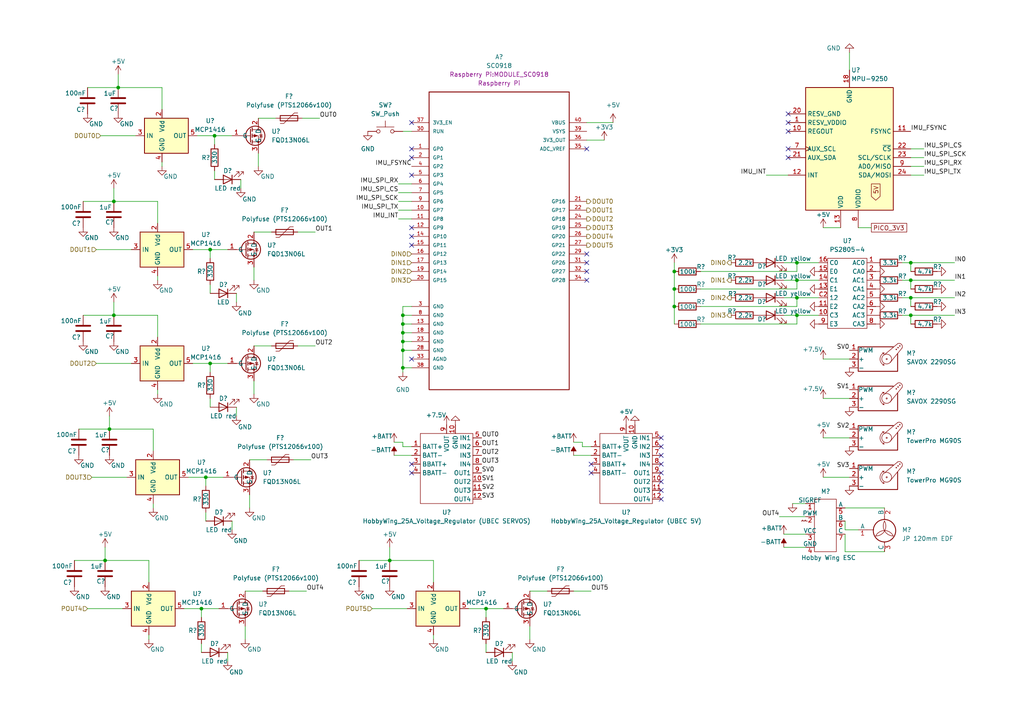
<source format=kicad_sch>
(kicad_sch (version 20211123) (generator eeschema)
  (paper "A4")
  (title_block (title "VTVL Power Board") (rev "A.1") (company "LIA Aerospace - ITBA"))
  (lib_symbols
    (symbol "Device:C" (pin_numbers hide) (pin_names (offset 0.254))
      (property "Reference" "C" (at 0.635 2.54 0))
      (property "Value" "C" (at 0.635 -2.54 0))
      (symbol "C_1_1"
        (pin passive line (at 0 3.81 270) (length 2.794) (name "~") (number "1"))
        (pin passive line (at 0 -3.81 90) (length 2.794) (name "~") (number "2"))
      )
    )
    (symbol "Device:LED" (pin_numbers hide) (pin_names (offset 1.016) hide)
      (property "Reference" "D" (at 0 2.54 0))
      (property "Value" "LED" (at 0 -2.54 0))
      (symbol "LED_1_1"
        (pin passive line (at -3.81 0 0) (length 2.54) (name "K") (number "1"))
        (pin passive line (at 3.81 0 180) (length 2.54) (name "A") (number "2"))
      )
    )
    (symbol "Device:Polyfuse" (pin_numbers hide) (pin_names (offset 0))
      (property "Reference" "F" (at -2.54 0 90))
      (property "Value" "Polyfuse" (at 2.54 0 90))
      (symbol "Polyfuse_1_1"
        (pin passive line (at 0 3.81 270) (length 1.27) (name "~") (number "1"))
        (pin passive line (at 0 -3.81 90) (length 1.27) (name "~") (number "2"))
      )
    )
    (symbol "Device:R" (pin_numbers hide) (pin_names (offset 0))
      (property "Reference" "R" (at 2.032 0 90))
      (property "Value" "R" (at 0 0 90))
      (symbol "R_1_1"
        (pin passive line (at 0 3.81 270) (length 1.27) (name "~") (number "1"))
        (pin passive line (at 0 -3.81 90) (length 1.27) (name "~") (number "2"))
      )
    )
    (symbol "Driver_FET:MCP1416"
      (property "Reference" "U" (at -5.08 6.35 0))
      (property "Value" "MCP1416" (at 1.27 6.35 0))
      (symbol "MCP1416_1_1"
        (pin no_connect line (at 7.62 -2.54 180) (length 2.54) hide (name "NC") (number "1"))
        (pin power_in line (at 0 7.62 270) (length 2.54) (name "Vdd") (number "2"))
        (pin input line (at -7.62 0 0) (length 2.54) (name "IN") (number "3"))
        (pin power_in line (at 0 -7.62 90) (length 2.54) (name "GND") (number "4"))
        (pin output line (at 10.16 0 180) (length 2.54) (name "OUT") (number "5"))
      )
    )
    (symbol "FQD13N06L:FQD13N06L"
      (property "Reference" "U" (at 0 0 0))
      (property "Value" "FQD13N06L" (at 6.35 -3.81 0))
      (symbol "FQD13N06L_1_1"
        (pin input line (at -7.62 -7.62 0) (length 2.54) (name "G") (number "1"))
        (pin passive line (at 0 -2.54 270) (length 2.54) (name "D") (number "2"))
        (pin passive line (at 0 -12.7 90) (length 2.54) (name "S") (number "3"))
      )
    )
    (symbol "FQD13N06L:HobbyWing_25A_Voltage_Regulator_UBEC"
      (property "Reference" "U?" (at -7.62 -2.54 0))
      (property "Value" "HobbyWing_25A_Voltage_Regulator_UBEC" (at -1.27 -26.67 0))
      (symbol "HobbyWing_25A_Voltage_Regulator_UBEC_1_1"
        (pin power_in line (at -11.43 -7.62 0) (length 2.54) (name "BATT+") (number "1"))
        (pin power_out line (at 1.27 -1.27 270) (length 2.54) (name "GND") (number "10"))
        (pin input line (at 8.89 -17.78 180) (length 2.54) (name "OUT2") (number "10"))
        (pin input line (at 8.89 -20.32 180) (length 2.54) (name "OUT3") (number "11"))
        (pin input line (at 8.89 -22.86 180) (length 2.54) (name "OUT4") (number "12"))
        (pin power_in line (at -11.43 -10.16 0) (length 2.54) (name "BATT-") (number "2"))
        (pin power_in line (at -11.43 -12.7 0) (length 2.54) (name "BBATT+") (number "3"))
        (pin power_in line (at -11.43 -15.24 0) (length 2.54) (name "BBATT-") (number "4"))
        (pin input line (at 8.89 -5.08 180) (length 2.54) (name "IN1") (number "5"))
        (pin input line (at 8.89 -7.62 180) (length 2.54) (name "IN2") (number "6"))
        (pin input line (at 8.89 -10.16 180) (length 2.54) (name "IN3") (number "7"))
        (pin input line (at 8.89 -12.7 180) (length 2.54) (name "IN4") (number "8"))
        (pin input line (at 8.89 -15.24 180) (length 2.54) (name "OUT1") (number "9"))
        (pin power_out line (at -1.27 -1.27 270) (length 2.54) (name "VOUT") (number "9"))
      )
    )
    (symbol "FQD13N06L:PS2805-4"
      (property "Reference" "U" (at 0 0 0))
      (property "Value" "PS2805-4" (at 0 0 0))
      (symbol "PS2805-4_1_1"
        (pin bidirectional line (at 7.62 -2.54 180) (length 2.54) (name "AC0") (number "1"))
        (pin bidirectional line (at -8.89 -17.78 0) (length 2.54) (name "C3") (number "10"))
        (pin bidirectional line (at -8.89 -15.24 0) (length 2.54) (name "E2") (number "11"))
        (pin bidirectional line (at -8.89 -10.16 0) (length 2.54) (name "E1") (number "13"))
        (pin bidirectional line (at -8.89 -7.62 0) (length 2.54) (name "C1") (number "14"))
        (pin bidirectional line (at -8.89 -5.08 0) (length 2.54) (name "E0") (number "15"))
        (pin bidirectional line (at -8.89 -2.54 0) (length 2.54) (name "C0") (number "16"))
        (pin bidirectional line (at 7.62 -5.08 180) (length 2.54) (name "CA0") (number "2"))
        (pin bidirectional line (at 7.62 -7.62 180) (length 2.54) (name "AC1") (number "3"))
        (pin bidirectional line (at 7.62 -10.16 180) (length 2.54) (name "CA1") (number "4"))
        (pin bidirectional line (at 7.62 -12.7 180) (length 2.54) (name "AC2") (number "5"))
        (pin bidirectional line (at 7.62 -15.24 180) (length 2.54) (name "CA2") (number "6"))
        (pin bidirectional line (at 7.62 -17.78 180) (length 2.54) (name "AC3") (number "7"))
        (pin bidirectional line (at 7.62 -20.32 180) (length 2.54) (name "CA3") (number "8"))
        (pin bidirectional line (at -8.89 -20.32 0) (length 2.54) (name "E3") (number "9"))
        (pin bidirectional line (at -8.89 -12.7 0) (length 2.54) (name "12") (number "C2"))
      )
    )
    (symbol "Motor:Fan_3pin" (pin_names (offset 0))
      (property "Reference" "M?" (at 5.08 -1.2699 0))
      (property "Value" "JP 120mm EDF" (at 5.08 -3.8099 0))
      (symbol "Fan_3pin_1_1"
        (pin power_in line (at -7.62 -1.27 0) (length 2.54) (name "A") (number "1"))
        (pin power_in line (at 0 5.08 270) (length 2.54) (name "B") (number "2"))
        (pin power_in line (at 0 -7.62 90) (length 2.54) (name "C") (number "3"))
      )
    )
    (symbol "Motor:Fan_Tacho_PWM" (pin_names (offset 0))
      (property "Reference" "M?" (at 11.43 17.78 0))
      (property "Value" "Hobby Wing ESC" (at 6.35 15.24 0))
      (symbol "Fan_Tacho_PWM_1_1"
        (pin passive line (at 6.35 12.7 0) (length 2.54) (name "SIGREF") (number "1"))
        (pin input line (at 6.35 8.89 0) (length 2.54) (name "PWM") (number "2"))
        (pin power_in line (at 6.35 3.81 0) (length 2.54) (name "VCC") (number "3"))
        (pin passive line (at 6.35 0 0) (length 2.54) (name "GND") (number "4"))
        (pin power_out line (at 17.78 11.43 180) (length 2.54) (name "A") (number "5"))
        (pin power_out line (at 17.78 7.62 180) (length 2.54) (name "B") (number "6"))
        (pin power_out line (at 17.78 3.81 180) (length 2.54) (name "C") (number "7"))
      )
    )
    (symbol "Motor:Motor_Servo" (pin_names (offset 0.0254))
      (property "Reference" "M" (at -5.08 4.445 0))
      (property "Value" "Motor_Servo" (at -5.08 -4.064 0))
      (symbol "Motor_Servo_1_1"
        (pin passive line (at -7.62 2.54 0) (length 2.54) (name "PWM") (number "1"))
        (pin passive line (at -7.62 0 0) (length 2.54) (name "+") (number "2"))
        (pin passive line (at -7.62 -2.54 0) (length 2.54) (name "-") (number "3"))
      )
    )
    (symbol "PicoW:SC0918" (pin_names (offset 1.016))
      (property "Reference" "A1" (at 0 58.42 0))
      (property "Value" "SC0918" (at 0 55.88 0))
      (property "Footprint" "Raspberry Pi:MODULE_SC0918" (at -12.7 -46.99 0))
      (property "manufacturer" "Raspberry Pi" (at 0 53.34 0))
      (symbol "SC0918_0_0"
        (pin bidirectional line (at -25.4 26.67 0) (length 5.08) (name "GP0") (number "1"))
        (pin bidirectional line (at -25.4 8.89 0) (length 5.08) (name "GP7") (number "10"))
        (pin bidirectional line (at -25.4 6.35 0) (length 5.08) (name "GP8") (number "11"))
        (pin bidirectional line (at -25.4 3.81 0) (length 5.08) (name "GP9") (number "12"))
        (pin power_in line (at -25.4 -24.13 0) (length 5.08) (name "GND") (number "13"))
        (pin bidirectional line (at -25.4 1.27 0) (length 5.08) (name "GP10") (number "14"))
        (pin bidirectional line (at -25.4 -1.27 0) (length 5.08) (name "GP11") (number "15"))
        (pin bidirectional line (at -25.4 -3.81 0) (length 5.08) (name "GP12") (number "16"))
        (pin bidirectional line (at -25.4 -6.35 0) (length 5.08) (name "GP13") (number "17"))
        (pin power_in line (at -25.4 -26.67 0) (length 5.08) (name "GND") (number "18"))
        (pin bidirectional line (at -25.4 -8.89 0) (length 5.08) (name "GP14") (number "19"))
        (pin bidirectional line (at -25.4 24.13 0) (length 5.08) (name "GP1") (number "2"))
        (pin bidirectional line (at -25.4 -11.43 0) (length 5.08) (name "GP15") (number "20"))
        (pin bidirectional line (at 25.4 11.43 180) (length 5.08) (name "GP16") (number "21"))
        (pin bidirectional line (at 25.4 8.89 180) (length 5.08) (name "GP17") (number "22"))
        (pin power_in line (at -25.4 -29.21 0) (length 5.08) (name "GND") (number "23"))
        (pin bidirectional line (at 25.4 6.35 180) (length 5.08) (name "GP18") (number "24"))
        (pin bidirectional line (at 25.4 3.81 180) (length 5.08) (name "GP19") (number "25"))
        (pin bidirectional line (at 25.4 1.27 180) (length 5.08) (name "GP20") (number "26"))
        (pin bidirectional line (at 25.4 -1.27 180) (length 5.08) (name "GP21") (number "27"))
        (pin power_in line (at -25.4 -31.75 0) (length 5.08) (name "GND") (number "28"))
        (pin bidirectional line (at 25.4 -3.81 180) (length 5.08) (name "GP22") (number "29"))
        (pin power_in line (at -25.4 -19.05 0) (length 5.08) (name "GND") (number "3"))
        (pin input line (at -25.4 31.75 0) (length 5.08) (name "RUN") (number "30"))
        (pin bidirectional line (at 25.4 -6.35 180) (length 5.08) (name "GP26") (number "31"))
        (pin bidirectional line (at 25.4 -8.89 180) (length 5.08) (name "GP27") (number "32"))
        (pin power_in line (at -25.4 -34.29 0) (length 5.08) (name "AGND") (number "33"))
        (pin bidirectional line (at 25.4 -11.43 180) (length 5.08) (name "GP28") (number "34"))
        (pin power_in line (at 25.4 26.67 180) (length 5.08) (name "ADC_VREF") (number "35"))
        (pin power_in line (at 25.4 29.21 180) (length 5.08) (name "3V3_OUT") (number "36"))
        (pin input line (at -25.4 34.29 0) (length 5.08) (name "3V3_EN") (number "37"))
        (pin power_in line (at -25.4 -36.83 0) (length 5.08) (name "GND") (number "38"))
        (pin free line (at 25.4 31.75 180) (length 5.08) (name "VSYS") (number "39"))
        (pin bidirectional line (at -25.4 21.59 0) (length 5.08) (name "GP2") (number "4"))
        (pin free line (at 25.4 34.29 180) (length 5.08) (name "VBUS") (number "40"))
        (pin bidirectional line (at -25.4 19.05 0) (length 5.08) (name "GP3") (number "5"))
        (pin bidirectional line (at -25.4 16.51 0) (length 5.08) (name "GP4") (number "6"))
        (pin bidirectional line (at -25.4 13.97 0) (length 5.08) (name "GP5") (number "7"))
        (pin power_in line (at -25.4 -21.59 0) (length 5.08) (name "GND") (number "8"))
        (pin bidirectional line (at -25.4 11.43 0) (length 5.08) (name "GP6") (number "9"))
      )
    )
    (symbol "Sensor_Motion:MPU-9250"
      (property "Reference" "U" (at -11.43 19.05 0))
      (property "Value" "MPU-9250" (at 7.62 -19.05 0))
      (symbol "MPU-9250_1_1"
        (pin input line (at 17.78 -7.62 180) (length 5.08) (name "RESV_VDDIO") (number "1"))
        (pin passive line (at 17.78 -5.08 180) (length 5.08) (name "REGOUT") (number "10"))
        (pin input line (at -17.78 -5.08 0) (length 5.08) (name "FSYNC") (number "11"))
        (pin output line (at 17.78 7.62 180) (length 5.08) (name "INT") (number "12"))
        (pin power_in line (at 2.54 22.86 270) (length 5.08) (name "VDD") (number "13"))
        (pin power_in line (at 0 -22.86 90) (length 5.08) (name "GND") (number "18"))
        (pin power_in line (at 17.78 -10.16 180) (length 5.08) (name "RESV_GND") (number "20"))
        (pin bidirectional line (at 17.78 2.54 180) (length 5.08) (name "AUX_SDA") (number "21"))
        (pin input line (at -17.78 0 0) (length 5.08) (name "~{CS}") (number "22"))
        (pin input line (at -17.78 2.54 0) (length 5.08) (name "SCL/SCLK") (number "23"))
        (pin bidirectional line (at -17.78 7.62 0) (length 5.08) (name "SDA/MOSI") (number "24"))
        (pin output clock (at 17.78 0 180) (length 5.08) (name "AUX_SCL") (number "7"))
        (pin power_in line (at -2.54 22.86 270) (length 5.08) (name "VDDIO") (number "8"))
        (pin bidirectional line (at -17.78 5.08 0) (length 5.08) (name "AD0/MISO") (number "9"))
      )
    )
    (symbol "Switch:SW_Push" (pin_numbers hide) (pin_names (offset 1.016) hide)
      (property "Reference" "SW" (at 1.27 2.54 0))
      (property "Value" "SW_Push" (at 0 -1.524 0))
      (symbol "SW_Push_0_1"
        (pin passive line (at -5.08 0 0) (length 2.54) (name "1") (number "1"))
        (pin passive line (at 5.08 0 180) (length 2.54) (name "2") (number "2"))
      )
    )
    (symbol "power:+3.3V" (power) (pin_names (offset 0))
      (property "Value" "+3.3V" (at 0 3.556 0))
      (symbol "+3.3V_1_1"
        (pin power_in line (at 0 0 90) (length 0) hide (name "+3V3") (number "1"))
      )
    )
    (symbol "power:+5V" (power) (pin_names (offset 0))
      (property "Value" "+5V" (at 0 3.556 0))
      (symbol "+5V_1_1"
        (pin power_in line (at 0 0 90) (length 0) hide (name "+5V") (number "1"))
      )
    )
    (symbol "power:+7.5V" (power) (pin_names (offset 0))
      (property "Value" "+7.5V" (at 0 3.556 0))
      (symbol "+7.5V_1_1"
        (pin power_in line (at 0 0 90) (length 0) hide (name "+7.5V") (number "1"))
      )
    )
    (symbol "power:+BATT" (power) (pin_names (offset 0))
      (property "Value" "+BATT" (at 0 3.556 0))
      (symbol "+BATT_1_1"
        (pin power_in line (at 0 0 90) (length 0) hide (name "+BATT") (number "1"))
      )
    )
    (symbol "power:-BATT" (power) (pin_names (offset 0))
      (property "Value" "-BATT" (at 0 3.556 0))
      (symbol "-BATT_1_1"
        (pin power_in line (at 0 0 90) (length 0) hide (name "-BATT") (number "1"))
      )
    )
    (symbol "power:GND" (power) (pin_names (offset 0))
      (property "Value" "GND" (at 0 -3.81 0))
      (symbol "GND_1_1"
        (pin power_in line (at 0 0 270) (length 0) hide (name "GND") (number "1"))
      )
    )
  )
  (junction (at 195.58 83.82))
  (junction (at 231.14 76.2))
  (junction (at 116.84 91.44))
  (junction (at 62.23 39.37))
  (junction (at 33.02 91.44))
  (junction (at 113.03 162.56))
  (junction (at 60.96 72.39))
  (junction (at 231.14 81.28))
  (junction (at 33.02 58.42))
  (junction (at 31.75 124.46))
  (junction (at 116.84 96.52))
  (junction (at 195.58 78.74))
  (junction (at 231.14 91.44))
  (junction (at 195.58 88.9))
  (junction (at 116.84 99.06))
  (junction (at 58.42 176.53))
  (junction (at 231.14 86.36))
  (junction (at 59.69 138.43))
  (junction (at 264.16 91.44))
  (junction (at 264.16 76.2))
  (junction (at 30.48 162.56))
  (junction (at 60.96 105.41))
  (junction (at 116.84 101.6))
  (junction (at 264.16 81.28))
  (junction (at 116.84 93.98))
  (junction (at 264.16 86.36))
  (junction (at 34.29 25.4))
  (junction (at 140.97 176.53))
  (junction (at 116.84 106.68))
  (no_connect (at 228.6 35.56))
  (no_connect (at 119.38 45.72))
  (no_connect (at 228.6 33.02))
  (no_connect (at 119.38 43.18))
  (no_connect (at 119.38 50.8))
  (no_connect (at 170.18 76.2))
  (no_connect (at 170.18 73.66))
  (no_connect (at 170.18 81.28))
  (no_connect (at 170.18 78.74))
  (no_connect (at 119.38 68.58))
  (no_connect (at 119.38 71.12))
  (no_connect (at 119.38 66.04))
  (no_connect (at 191.77 129.54))
  (no_connect (at 191.77 132.08))
  (no_connect (at 191.77 134.62))
  (no_connect (at 191.77 137.16))
  (no_connect (at 119.38 104.14))
  (no_connect (at 171.45 137.16))
  (no_connect (at 191.77 144.78))
  (no_connect (at 191.77 139.7))
  (no_connect (at 191.77 142.24))
  (no_connect (at 191.77 127))
  (no_connect (at 171.45 134.62))
  (no_connect (at 228.6 38.1))
  (no_connect (at 228.6 43.18))
  (no_connect (at 228.6 45.72))
  (no_connect (at 170.18 43.18))
  (no_connect (at 119.38 137.16))
  (no_connect (at 119.38 134.62))
  (no_connect (at 119.38 35.56))
  (wire (pts (xy 59.69 138.43) (xy 64.77 138.43)))
  (wire (pts (xy 114.3 132.08) (xy 119.38 132.08)))
  (wire (pts (xy 231.14 76.2) (xy 237.49 76.2)))
  (wire (pts (xy 153.67 181.61) (xy 153.67 185.42)))
  (wire (pts (xy 59.69 148.59) (xy 59.69 151.13)))
  (wire (pts (xy 67.31 151.13) (xy 67.31 153.67)))
  (wire (pts (xy 261.62 81.28) (xy 264.16 81.28)))
  (wire (pts (xy 21.59 162.56) (xy 30.48 162.56)))
  (wire (pts (xy 238.76 66.04) (xy 243.84 66.04)))
  (wire (pts (xy 25.4 25.4) (xy 34.29 25.4)))
  (wire (pts (xy 231.14 78.74) (xy 231.14 76.2)))
  (wire (pts (xy 45.72 64.77) (xy 45.72 58.42)))
  (wire (pts (xy 264.16 81.28) (xy 276.86 81.28)))
  (wire (pts (xy 45.72 58.42) (xy 33.02 58.42)))
  (wire (pts (xy 44.45 130.81) (xy 44.45 124.46)))
  (wire (pts (xy 229.87 146.05) (xy 233.68 146.05)))
  (wire (pts (xy 115.57 58.42) (xy 119.38 58.42)))
  (wire (pts (xy 113.03 158.75) (xy 113.03 162.56)))
  (wire (pts (xy 264.16 91.44) (xy 264.16 93.98)))
  (wire (pts (xy 238.76 127) (xy 246.38 127)))
  (wire (pts (xy 116.84 129.54) (xy 116.84 128.27)))
  (wire (pts (xy 62.23 39.37) (xy 62.23 41.91)))
  (wire (pts (xy 168.91 128.27) (xy 166.37 128.27)))
  (wire (pts (xy 264.16 86.36) (xy 276.86 86.36)))
  (wire (pts (xy 68.58 85.09) (xy 68.58 87.63)))
  (wire (pts (xy 46.99 31.75) (xy 46.99 25.4)))
  (wire (pts (xy 45.72 113.03) (xy 45.72 114.3)))
  (wire (pts (xy 264.16 91.44) (xy 276.86 91.44)))
  (wire (pts (xy 267.97 48.26) (xy 264.16 48.26)))
  (wire (pts (xy 170.18 35.56) (xy 177.8 35.56)))
  (wire (pts (xy 264.16 86.36) (xy 264.16 88.9)))
  (wire (pts (xy 73.66 77.47) (xy 73.66 81.28)))
  (wire (pts (xy 74.93 34.29) (xy 80.01 34.29)))
  (wire (pts (xy 226.06 149.86) (xy 233.68 149.86)))
  (wire (pts (xy 203.2 78.74) (xy 231.14 78.74)))
  (wire (pts (xy 115.57 63.5) (xy 119.38 63.5)))
  (wire (pts (xy 227.33 158.75) (xy 233.68 158.75)))
  (wire (pts (xy 116.84 99.06) (xy 116.84 96.52)))
  (wire (pts (xy 60.96 105.41) (xy 60.96 107.95)))
  (wire (pts (xy 59.69 138.43) (xy 59.69 140.97)))
  (wire (pts (xy 153.67 171.45) (xy 158.75 171.45)))
  (wire (pts (xy 119.38 129.54) (xy 116.84 129.54)))
  (wire (pts (xy 73.66 110.49) (xy 73.66 114.3)))
  (wire (pts (xy 31.75 120.65) (xy 31.75 124.46)))
  (wire (pts (xy 119.38 106.68) (xy 116.84 106.68)))
  (wire (pts (xy 73.66 100.33) (xy 78.74 100.33)))
  (wire (pts (xy 116.84 101.6) (xy 116.84 99.06)))
  (wire (pts (xy 171.45 129.54) (xy 168.91 129.54)))
  (wire (pts (xy 135.89 176.53) (xy 140.97 176.53)))
  (wire (pts (xy 148.59 189.23) (xy 148.59 191.77)))
  (wire (pts (xy 54.61 138.43) (xy 59.69 138.43)))
  (wire (pts (xy 66.04 189.23) (xy 66.04 191.77)))
  (wire (pts (xy 140.97 186.69) (xy 140.97 189.23)))
  (wire (pts (xy 248.92 153.67) (xy 245.11 153.67)))
  (wire (pts (xy 248.92 66.04) (xy 252.73 66.04)))
  (wire (pts (xy 264.16 76.2) (xy 276.86 76.2)))
  (wire (pts (xy 55.88 72.39) (xy 60.96 72.39)))
  (wire (pts (xy 264.16 45.72) (xy 267.97 45.72)))
  (wire (pts (xy 55.88 105.41) (xy 60.96 105.41)))
  (wire (pts (xy 231.14 83.82) (xy 231.14 81.28)))
  (wire (pts (xy 256.54 160.02) (xy 245.11 160.02)))
  (wire (pts (xy 44.45 146.05) (xy 44.45 147.32)))
  (wire (pts (xy 231.14 86.36) (xy 237.49 86.36)))
  (wire (pts (xy 166.37 171.45) (xy 171.45 171.45)))
  (wire (pts (xy 231.14 88.9) (xy 231.14 86.36)))
  (wire (pts (xy 227.33 91.44) (xy 231.14 91.44)))
  (wire (pts (xy 83.82 171.45) (xy 88.9 171.45)))
  (wire (pts (xy 44.45 124.46) (xy 31.75 124.46)))
  (wire (pts (xy 166.37 132.08) (xy 171.45 132.08)))
  (wire (pts (xy 60.96 105.41) (xy 66.04 105.41)))
  (wire (pts (xy 116.84 106.68) (xy 116.84 107.95)))
  (wire (pts (xy 60.96 72.39) (xy 60.96 74.93)))
  (wire (pts (xy 29.21 39.37) (xy 39.37 39.37)))
  (wire (pts (xy 72.39 143.51) (xy 72.39 147.32)))
  (wire (pts (xy 27.94 72.39) (xy 38.1 72.39)))
  (wire (pts (xy 168.91 129.54) (xy 168.91 128.27)))
  (wire (pts (xy 119.38 101.6) (xy 116.84 101.6)))
  (wire (pts (xy 227.33 86.36) (xy 231.14 86.36)))
  (wire (pts (xy 238.76 104.14) (xy 246.38 104.14)))
  (wire (pts (xy 195.58 83.82) (xy 195.58 88.9)))
  (wire (pts (xy 115.57 53.34) (xy 119.38 53.34)))
  (wire (pts (xy 140.97 176.53) (xy 140.97 179.07)))
  (wire (pts (xy 261.62 76.2) (xy 264.16 76.2)))
  (wire (pts (xy 43.18 162.56) (xy 30.48 162.56)))
  (wire (pts (xy 267.97 43.18) (xy 264.16 43.18)))
  (wire (pts (xy 116.84 38.1) (xy 119.38 38.1)))
  (wire (pts (xy 34.29 21.59) (xy 34.29 25.4)))
  (wire (pts (xy 22.86 124.46) (xy 31.75 124.46)))
  (wire (pts (xy 195.58 88.9) (xy 195.58 93.98)))
  (wire (pts (xy 33.02 54.61) (xy 33.02 58.42)))
  (wire (pts (xy 62.23 49.53) (xy 62.23 52.07)))
  (wire (pts (xy 43.18 168.91) (xy 43.18 162.56)))
  (wire (pts (xy 45.72 80.01) (xy 45.72 81.28)))
  (wire (pts (xy 246.38 15.24) (xy 246.38 20.32)))
  (wire (pts (xy 245.11 160.02) (xy 245.11 154.94)))
  (wire (pts (xy 116.84 128.27) (xy 114.3 128.27)))
  (wire (pts (xy 238.76 115.57) (xy 246.38 115.57)))
  (wire (pts (xy 261.62 86.36) (xy 264.16 86.36)))
  (wire (pts (xy 203.2 88.9) (xy 231.14 88.9)))
  (wire (pts (xy 71.12 181.61) (xy 71.12 185.42)))
  (wire (pts (xy 116.84 106.68) (xy 116.84 101.6)))
  (wire (pts (xy 125.73 168.91) (xy 125.73 162.56)))
  (wire (pts (xy 30.48 158.75) (xy 30.48 162.56)))
  (wire (pts (xy 264.16 50.8) (xy 267.97 50.8)))
  (wire (pts (xy 227.33 154.94) (xy 233.68 154.94)))
  (wire (pts (xy 57.15 39.37) (xy 62.23 39.37)))
  (wire (pts (xy 26.67 138.43) (xy 36.83 138.43)))
  (wire (pts (xy 71.12 171.45) (xy 76.2 171.45)))
  (wire (pts (xy 231.14 81.28) (xy 237.49 81.28)))
  (wire (pts (xy 68.58 118.11) (xy 68.58 120.65)))
  (wire (pts (xy 115.57 55.88) (xy 119.38 55.88)))
  (wire (pts (xy 74.93 44.45) (xy 74.93 48.26)))
  (wire (pts (xy 119.38 91.44) (xy 116.84 91.44)))
  (wire (pts (xy 203.2 83.82) (xy 231.14 83.82)))
  (wire (pts (xy 231.14 91.44) (xy 231.14 93.98)))
  (wire (pts (xy 85.09 133.35) (xy 90.17 133.35)))
  (wire (pts (xy 58.42 176.53) (xy 63.5 176.53)))
  (wire (pts (xy 69.85 52.07) (xy 69.85 54.61)))
  (wire (pts (xy 195.58 76.2) (xy 195.58 78.74)))
  (wire (pts (xy 119.38 96.52) (xy 116.84 96.52)))
  (wire (pts (xy 116.84 96.52) (xy 116.84 93.98)))
  (wire (pts (xy 60.96 72.39) (xy 66.04 72.39)))
  (wire (pts (xy 24.13 91.44) (xy 33.02 91.44)))
  (wire (pts (xy 116.84 88.9) (xy 119.38 88.9)))
  (wire (pts (xy 60.96 82.55) (xy 60.96 85.09)))
  (wire (pts (xy 245.11 147.32) (xy 256.54 147.32)))
  (wire (pts (xy 73.66 67.31) (xy 78.74 67.31)))
  (wire (pts (xy 125.73 184.15) (xy 125.73 185.42)))
  (wire (pts (xy 227.33 81.28) (xy 231.14 81.28)))
  (wire (pts (xy 24.13 58.42) (xy 33.02 58.42)))
  (wire (pts (xy 125.73 162.56) (xy 113.03 162.56)))
  (wire (pts (xy 115.57 60.96) (xy 119.38 60.96)))
  (wire (pts (xy 227.33 76.2) (xy 231.14 76.2)))
  (wire (pts (xy 87.63 34.29) (xy 92.71 34.29)))
  (wire (pts (xy 231.14 91.44) (xy 237.49 91.44)))
  (wire (pts (xy 53.34 176.53) (xy 58.42 176.53)))
  (wire (pts (xy 33.02 87.63) (xy 33.02 91.44)))
  (wire (pts (xy 222.25 50.8) (xy 228.6 50.8)))
  (wire (pts (xy 86.36 67.31) (xy 91.44 67.31)))
  (wire (pts (xy 261.62 91.44) (xy 264.16 91.44)))
  (wire (pts (xy 195.58 78.74) (xy 195.58 83.82)))
  (wire (pts (xy 119.38 93.98) (xy 116.84 93.98)))
  (wire (pts (xy 264.16 76.2) (xy 264.16 78.74)))
  (wire (pts (xy 245.11 153.67) (xy 245.11 151.13)))
  (wire (pts (xy 116.84 93.98) (xy 116.84 91.44)))
  (wire (pts (xy 62.23 39.37) (xy 67.31 39.37)))
  (wire (pts (xy 140.97 176.53) (xy 146.05 176.53)))
  (wire (pts (xy 58.42 176.53) (xy 58.42 179.07)))
  (wire (pts (xy 264.16 81.28) (xy 264.16 83.82)))
  (wire (pts (xy 25.4 176.53) (xy 35.56 176.53)))
  (wire (pts (xy 86.36 100.33) (xy 91.44 100.33)))
  (wire (pts (xy 45.72 97.79) (xy 45.72 91.44)))
  (wire (pts (xy 27.94 105.41) (xy 38.1 105.41)))
  (wire (pts (xy 46.99 46.99) (xy 46.99 48.26)))
  (wire (pts (xy 58.42 186.69) (xy 58.42 189.23)))
  (wire (pts (xy 119.38 99.06) (xy 116.84 99.06)))
  (wire (pts (xy 46.99 25.4) (xy 34.29 25.4)))
  (wire (pts (xy 72.39 133.35) (xy 77.47 133.35)))
  (wire (pts (xy 238.76 138.43) (xy 246.38 138.43)))
  (wire (pts (xy 104.14 162.56) (xy 113.03 162.56)))
  (wire (pts (xy 60.96 115.57) (xy 60.96 118.11)))
  (wire (pts (xy 116.84 91.44) (xy 116.84 88.9)))
  (wire (pts (xy 170.18 40.64) (xy 175.26 40.64)))
  (wire (pts (xy 107.95 176.53) (xy 118.11 176.53)))
  (wire (pts (xy 43.18 184.15) (xy 43.18 185.42)))
  (wire (pts (xy 45.72 91.44) (xy 33.02 91.44)))
  (wire (pts (xy 203.2 93.98) (xy 231.14 93.98)))
  (label "OUT1" (at 139.7 129.54 0))
  (label "OUT0" (at 139.7 127 0))
  (label "IN1" (at 276.86 81.28 0))
  (label "OUT1" (at 91.44 67.31 0))
  (label "OUT4" (at 88.9 171.45 0))
  (label "IMU_SPI_RX" (at 115.57 53.34 180))
  (label "OUT4" (at 226.06 149.86 180))
  (label "IMU_FSYNC" (at 119.38 48.26 180))
  (label "SV1" (at 139.7 139.7 0))
  (label "OUT2" (at 139.7 132.08 0))
  (label "SV2" (at 139.7 142.24 0))
  (label "OUT3" (at 139.7 134.62 0))
  (label "IMU_SPI_TX" (at 267.97 50.8 0))
  (label "SV1" (at 246.38 113.03 180))
  (label "IN0" (at 276.86 76.2 0))
  (label "SV0" (at 139.7 137.16 0))
  (label "IMU_SPI_CS" (at 115.57 55.88 180))
  (label "IMU_INT" (at 222.25 50.8 180))
  (label "IMU_SPI_CS" (at 267.97 43.18 0))
  (label "SV0" (at 246.38 101.6 180))
  (label "IN2" (at 276.86 86.36 0))
  (label "OUT0" (at 92.71 34.29 0))
  (label "IMU_FSYNC" (at 264.16 38.1 0))
  (label "OUT5" (at 171.45 171.45 0))
  (label "IN3" (at 276.86 91.44 0))
  (label "OUT2" (at 91.44 100.33 0))
  (label "IMU_SPI_SCK" (at 115.57 58.42 180))
  (label "SV3" (at 139.7 144.78 0))
  (label "SV2" (at 246.38 124.46 180))
  (label "IMU_SPI_TX" (at 115.57 60.96 180))
  (label "IMU_SPI_RX" (at 267.97 48.26 0))
  (label "IMU_INT" (at 115.57 63.5 180))
  (label "SV3" (at 246.38 135.89 180))
  (label "OUT3" (at 90.17 133.35 0))
  (label "IMU_SPI_SCK" (at 267.97 45.72 0))
  (global_label "5V" (shape output) (at 254 53.34 270) (property "Intersheet References" "${INTERSHEET_REFS}" (effects hide)))
  (global_label "PICO_3V3" (shape passive) (at 252.73 66.04 0) (property "Intersheet References" "${INTERSHEET_REFS}" (effects hide)))
  (hierarchical_label "DIN0" (shape input) (at 119.38 73.66 180))
  (hierarchical_label "POUT4" (shape input) (at 25.4 176.53 180))
  (hierarchical_label "DOUT4" (shape output) (at 170.18 68.58 0))
  (hierarchical_label "DOUT0" (shape output) (at 170.18 58.42 0))
  (hierarchical_label "DOUT1" (shape output) (at 170.18 60.96 0))
  (hierarchical_label "DIN1" (shape output) (at 212.09 81.28 180))
  (hierarchical_label "DIN0" (shape output) (at 212.09 76.2 180))
  (hierarchical_label "POUT5" (shape input) (at 107.95 176.53 180))
  (hierarchical_label "DOUT0" (shape input) (at 29.21 39.37 180))
  (hierarchical_label "DOUT3" (shape input) (at 26.67 138.43 180))
  (hierarchical_label "DOUT1" (shape input) (at 27.94 72.39 180))
  (hierarchical_label "DIN3" (shape output) (at 212.09 91.44 180))
  (hierarchical_label "DIN3" (shape input) (at 119.38 81.28 180))
  (hierarchical_label "DOUT2" (shape input) (at 27.94 105.41 180))
  (hierarchical_label "DIN2" (shape output) (at 212.09 86.36 180))
  (hierarchical_label "DOUT2" (shape output) (at 170.18 63.5 0))
  (hierarchical_label "DOUT3" (shape output) (at 170.18 66.04 0))
  (hierarchical_label "DIN1" (shape input) (at 119.38 76.2 180))
  (hierarchical_label "DOUT5" (shape output) (at 170.18 71.12 0))
  (hierarchical_label "DIN2" (shape input) (at 119.38 78.74 180))
  (symbol (lib_id "power:GND") (at 153.67 185.42 0) (unit 1)
    (property "Reference" "#PWR?" (effects hide))
    (property "Value" "GND" (at 156.3552 188.3517 0))
  )
  (symbol (lib_id "power:GND") (at 45.72 81.28 0) (unit 1)
    (property "Reference" "#PWR?" (effects hide))
    (property "Value" "GND" (at 48.1968 84.2117 0))
  )
  (symbol (lib_id "power:GND") (at 271.78 93.98 90) (unit 1)
    (property "Reference" "#PWR?" (effects hide))
    (property "Value" "GND" (effects hide))
  )
  (symbol (lib_id "Motor:Fan_3pin") (at 256.54 152.4 0) (unit 1)
    (property "Reference" "M?" (at 261.62 153.6699 0) (effects (justify left)))
    (property "Value" "JP 120mm EDF" (at 261.62 156.2099 0) (effects (justify left)))
    (property "Datasheet" "http://www.hardwarecanucks.com/forum/attachments/new-builds/16287d1330775095-help-chassis-power-fan-connectors-motherboard-asus_p8z68.jpg" (effects hide))
  )
  (symbol (lib_id "power:GND") (at 271.78 83.82 90) (unit 1)
    (property "Reference" "#PWR?" (effects hide))
    (property "Value" "GND" (effects hide))
  )
  (symbol (lib_id "Driver_FET:MCP1416") (at 125.73 176.53 0) (unit 1)
    (property "Reference" "U?" (at 139.7 172.1993 0))
    (property "Value" "MCP1416" (at 139.7 174.7393 0))
    (property "Footprint" "Package_TO_SOT_SMD:SOT-23-5" (effects hide))
    (property "Datasheet" "http://ww1.microchip.com/downloads/en/DeviceDoc/20002092F.pdf" (effects hide))
  )
  (symbol (lib_id "power:GND") (at 74.93 48.26 0) (unit 1)
    (property "Reference" "#PWR?" (effects hide))
    (property "Value" "GND" (at 77.6152 51.1917 0))
  )
  (symbol (lib_id "Device:R") (at 267.97 83.82 270) (unit 1)
    (property "Reference" "R?" (at 270.5854 82.4684 90) (effects (justify left)))
    (property "Value" "4.7k" (at 266.0998 83.8358 90) (effects (justify left)))
  )
  (symbol (lib_id "Device:C") (at 25.4 29.21 0) (unit 1)
    (property "Reference" "C?" (at 22.1131 31.7727 0) (effects (justify left)))
    (property "Value" "100nF" (at 18.8604 27.0188 0) (effects (justify left)))
  )
  (symbol (lib_id "power:GND") (at 246.38 129.54 0) (unit 1)
    (property "Reference" "#PWR?" (effects hide))
    (property "Value" "GND" (effects hide))
  )
  (symbol (lib_id "power:GND") (at 254 83.82 90) (unit 1)
    (property "Reference" "#PWR?" (effects hide))
    (property "Value" "GND" (effects hide))
  )
  (symbol (lib_id "power:GND") (at 34.29 33.02 0) (unit 1)
    (property "Reference" "#PWR?" (effects hide))
    (property "Value" "GND" (at 36.7668 35.9517 0))
  )
  (symbol (lib_id "power:GND") (at 67.31 153.67 0) (unit 1)
    (property "Reference" "#PWR?" (effects hide))
    (property "Value" "GND" (at 69.793 156.8544 0))
  )
  (symbol (lib_id "power:-BATT") (at 166.37 132.08 0) (unit 1)
    (property "Reference" "#PWR?" (effects hide))
    (property "Value" "-BATT" (at 162.5751 130.5046 0))
  )
  (symbol (lib_id "Device:C") (at 22.86 128.27 0) (unit 1)
    (property "Reference" "C?" (at 19.5731 130.8327 0) (effects (justify left)))
    (property "Value" "100nF" (at 16.3204 126.0788 0) (effects (justify left)))
  )
  (symbol (lib_id "power:GND") (at 246.38 140.97 0) (unit 1)
    (property "Reference" "#PWR?" (effects hide))
    (property "Value" "GND" (effects hide))
  )
  (symbol (lib_id "power:GND") (at 46.99 48.26 0) (unit 1)
    (property "Reference" "#PWR?" (effects hide))
    (property "Value" "GND" (at 49.4668 51.1917 0))
  )
  (symbol (lib_id "Device:R") (at 257.81 76.2 270) (unit 1)
    (property "Reference" "R?" (at 260.4254 74.8484 90) (effects (justify left)))
    (property "Value" "3.3k" (at 255.9398 76.2158 90) (effects (justify left)))
  )
  (symbol (lib_id "Device:Polyfuse") (at 80.01 171.45 270) (unit 1)
    (property "Reference" "F?" (at 80.01 165.1 90))
    (property "Value" "Polyfuse (PTS12066v100)" (at 80.01 167.64 90))
  )
  (symbol (lib_id "power:+5V") (at 238.76 127 0) (unit 1)
    (property "Reference" "#PWR?" (effects hide))
    (property "Value" "+5V" (at 238.742 123.231 0))
  )
  (symbol (lib_id "power:GND") (at 246.38 118.11 0) (unit 1)
    (property "Reference" "#PWR?" (effects hide))
    (property "Value" "GND" (effects hide))
  )
  (symbol (lib_id "Device:LED") (at 63.5 151.13 180) (unit 1)
    (property "Reference" "D?" (at 63.5 148.59 0))
    (property "Value" "LED red" (at 63.5 153.67 0))
  )
  (symbol (lib_id "power:GND") (at 68.58 120.65 0) (unit 1)
    (property "Reference" "#PWR?" (effects hide))
    (property "Value" "GND" (at 71.063 123.8344 0))
  )
  (symbol (lib_id "power:GND") (at 237.49 83.82 270) (mirror x) (unit 1)
    (property "Reference" "#PWR?" (effects hide))
    (property "Value" "GND" (effects hide))
  )
  (symbol (lib_id "Device:R") (at 215.9 76.2 270) (unit 1)
    (property "Reference" "R?" (at 210.9859 74.6977 90) (effects (justify left)))
    (property "Value" "2.2k" (at 214.0298 76.2158 90) (effects (justify left)))
  )
  (symbol (lib_id "Device:R") (at 199.39 88.9 270) (unit 1)
    (property "Reference" "R?" (at 202.0054 87.5484 90) (effects (justify left)))
    (property "Value" "100k" (at 197.0914 88.9602 90) (effects (justify left)))
  )
  (symbol (lib_id "Device:LED") (at 144.78 189.23 180) (unit 1)
    (property "Reference" "D?" (at 144.78 186.69 0))
    (property "Value" "LED red" (at 144.78 191.77 0))
  )
  (symbol (lib_id "FQD13N06L:FQD13N06L") (at 73.66 64.77 0) (unit 1)
    (property "Reference" "U?" (at 77.47 71.1199 0) (effects (justify left)))
    (property "Value" "FQD13N06L" (at 77.47 73.6599 0) (effects (justify left)))
  )
  (symbol (lib_id "power:GND") (at 73.66 81.28 0) (unit 1)
    (property "Reference" "#PWR?" (effects hide))
    (property "Value" "GND" (at 76.3452 84.2117 0))
  )
  (symbol (lib_id "power:GND") (at 254 78.74 90) (unit 1)
    (property "Reference" "#PWR?" (effects hide))
    (property "Value" "GND" (effects hide))
  )
  (symbol (lib_id "power:+5V") (at 33.02 54.61 0) (unit 1)
    (property "Reference" "#PWR?" (effects hide))
    (property "Value" "+5V" (at 33.002 50.841 0))
  )
  (symbol (lib_id "Device:R") (at 267.97 78.74 270) (unit 1)
    (property "Reference" "R?" (at 270.5854 77.3884 90) (effects (justify left)))
    (property "Value" "4.7k" (at 266.0998 78.7558 90) (effects (justify left)))
  )
  (symbol (lib_id "Device:LED") (at 62.23 189.23 180) (unit 1)
    (property "Reference" "D?" (at 62.23 186.69 0))
    (property "Value" "LED red" (at 62.23 191.77 0))
  )
  (symbol (lib_id "Motor:Fan_Tacho_PWM") (at 227.33 158.75 0) (unit 1)
    (property "Reference" "M?" (at 238.0867 142.5365 0) (effects (justify left)))
    (property "Value" "Hobby Wing ESC" (at 232.382 161.7524 0) (effects (justify left)))
    (property "Datasheet" "http://www.formfactors.org/developer%5Cspecs%5Crev1_2_public.pdf" (effects hide))
  )
  (symbol (lib_id "Device:C") (at 33.02 62.23 0) (unit 1)
    (property "Reference" "C?" (at 30.5179 64.4591 0) (effects (justify left)))
    (property "Value" "1uF" (at 28.7664 60.1222 0) (effects (justify left)))
  )
  (symbol (lib_id "Device:R") (at 140.97 182.88 0) (unit 1)
    (property "Reference" "R?" (at 137.16 182.88 0) (effects (justify left)))
    (property "Value" "330" (at 140.9858 184.7502 90) (effects (justify left)))
  )
  (symbol (lib_id "Motor:Motor_Servo") (at 254 127 0) (unit 1)
    (property "Reference" "M?" (at 262.89 125.2965 0) (effects (justify left)))
    (property "Value" "TowerPro MG90S" (at 262.89 127.8365 0) (effects (justify left)))
    (property "Datasheet" "http://forums.parallax.com/uploads/attachments/46831/74481.png" (effects hide))
  )
  (symbol (lib_id "Switch:SW_Push") (at 111.76 38.1 0) (unit 1)
    (property "Reference" "SW?" (at 111.76 30.48 0))
    (property "Value" "SW_Push" (at 111.76 33.02 0))
  )
  (symbol (lib_id "FQD13N06L:HobbyWing_25A_Voltage_Regulator_UBEC") (at 130.81 121.92 0) (unit 1)
    (property "Reference" "U?" (at 129.54 148.59 0))
    (property "Value" "HobbyWing_25A_Voltage_Regulator (UBEC SERVOS)" (at 129.54 151.13 0))
  )
  (symbol (lib_id "Driver_FET:MCP1416") (at 43.18 176.53 0) (unit 1)
    (property "Reference" "U?" (at 57.15 172.1993 0))
    (property "Value" "MCP1416" (at 57.15 174.7393 0))
    (property "Footprint" "Package_TO_SOT_SMD:SOT-23-5" (effects hide))
    (property "Datasheet" "http://ww1.microchip.com/downloads/en/DeviceDoc/20002092F.pdf" (effects hide))
  )
  (symbol (lib_id "Device:R") (at 267.97 88.9 270) (unit 1)
    (property "Reference" "R?" (at 270.5854 87.5484 90) (effects (justify left)))
    (property "Value" "4.7k" (at 266.0998 88.9158 90) (effects (justify left)))
  )
  (symbol (lib_id "Device:C") (at 34.29 29.21 0) (unit 1)
    (property "Reference" "C?" (at 31.7879 31.4391 0) (effects (justify left)))
    (property "Value" "1uF" (at 30.0364 27.1022 0) (effects (justify left)))
  )
  (symbol (lib_id "Device:LED") (at 66.04 52.07 180) (unit 1)
    (property "Reference" "D?" (at 66.04 49.53 0))
    (property "Value" "LED red" (at 66.04 54.61 0))
  )
  (symbol (lib_id "power:GND") (at 237.49 88.9 270) (mirror x) (unit 1)
    (property "Reference" "#PWR?" (effects hide))
    (property "Value" "GND" (effects hide))
  )
  (symbol (lib_id "power:GND") (at 22.86 132.08 0) (unit 1)
    (property "Reference" "#PWR?" (effects hide))
    (property "Value" "GND" (at 25.3368 135.0117 0))
  )
  (symbol (lib_id "Device:LED") (at 64.77 85.09 180) (unit 1)
    (property "Reference" "D?" (at 64.77 82.55 0))
    (property "Value" "LED" (at 64.77 87.63 0))
  )
  (symbol (lib_id "power:+7.5V") (at 238.76 115.57 0) (unit 1)
    (property "Reference" "#PWR?" (effects hide))
    (property "Value" "+7.5V" (at 235.6945 112.773 0))
  )
  (symbol (lib_id "Motor:Motor_Servo") (at 254 115.57 0) (unit 1)
    (property "Reference" "M?" (at 262.89 113.8665 0) (effects (justify left)))
    (property "Value" "SAVOX 2290SG" (at 262.89 116.4065 0) (effects (justify left)))
    (property "Datasheet" "http://forums.parallax.com/uploads/attachments/46831/74481.png" (effects hide))
  )
  (symbol (lib_id "Device:R") (at 215.9 91.44 270) (unit 1)
    (property "Reference" "R?" (at 210.9859 90.2392 90) (effects (justify left)))
    (property "Value" "2.2k" (at 214.0298 91.4558 90) (effects (justify left)))
  )
  (symbol (lib_id "Device:Polyfuse") (at 162.56 171.45 270) (unit 1)
    (property "Reference" "F?" (at 162.56 165.1 90))
    (property "Value" "Polyfuse (PTS12066v100)" (at 162.56 167.64 90))
  )
  (symbol (lib_id "Device:C") (at 24.13 95.25 0) (unit 1)
    (property "Reference" "C?" (at 20.8431 97.8127 0) (effects (justify left)))
    (property "Value" "100nF" (at 17.5904 93.0588 0) (effects (justify left)))
  )
  (symbol (lib_id "Device:C") (at 21.59 166.37 0) (unit 1)
    (property "Reference" "C?" (at 18.3031 168.9327 0) (effects (justify left)))
    (property "Value" "100nF" (at 15.0504 164.1788 0) (effects (justify left)))
  )
  (symbol (lib_id "Driver_FET:MCP1416") (at 44.45 138.43 0) (unit 1)
    (property "Reference" "U?" (at 58.42 134.0993 0))
    (property "Value" "MCP1416" (at 58.42 136.6393 0))
    (property "Footprint" "Package_TO_SOT_SMD:SOT-23-5" (effects hide))
    (property "Datasheet" "http://ww1.microchip.com/downloads/en/DeviceDoc/20002092F.pdf" (effects hide))
  )
  (symbol (lib_id "Device:Polyfuse") (at 83.82 34.29 270) (unit 1)
    (property "Reference" "F?" (at 83.82 27.94 90))
    (property "Value" "Polyfuse (PTS12066v100)" (at 83.82 30.48 90))
  )
  (symbol (lib_id "power:GND") (at 30.48 170.18 0) (unit 1)
    (property "Reference" "#PWR?" (effects hide))
    (property "Value" "GND" (at 32.9568 173.1117 0))
  )
  (symbol (lib_id "power:GND") (at 24.13 99.06 0) (unit 1)
    (property "Reference" "#PWR?" (effects hide))
    (property "Value" "GND" (at 26.6068 101.9917 0))
  )
  (symbol (lib_id "power:GND") (at 33.02 99.06 0) (unit 1)
    (property "Reference" "#PWR?" (effects hide))
    (property "Value" "GND" (at 35.4968 101.9917 0))
  )
  (symbol (lib_id "power:+5V") (at 238.76 138.43 0) (unit 1)
    (property "Reference" "#PWR?" (effects hide))
    (property "Value" "+5V" (at 238.742 134.661 0))
  )
  (symbol (lib_id "Device:R") (at 199.39 83.82 270) (unit 1)
    (property "Reference" "R?" (at 202.0054 82.4684 90) (effects (justify left)))
    (property "Value" "100k" (at 197.0914 83.8802 90) (effects (justify left)))
  )
  (symbol (lib_id "power:GND") (at 237.49 93.98 270) (mirror x) (unit 1)
    (property "Reference" "#PWR?" (effects hide))
    (property "Value" "GND" (effects hide))
  )
  (symbol (lib_id "power:GND") (at 271.78 88.9 90) (unit 1)
    (property "Reference" "#PWR?" (effects hide))
    (property "Value" "GND" (effects hide))
  )
  (symbol (lib_id "power:+3.3V") (at 195.58 76.2 0) (unit 1)
    (property "Reference" "#PWR?" (effects hide))
    (property "Value" "+3.3V" (at 195.5547 72.4658 0))
  )
  (symbol (lib_id "Device:Polyfuse") (at 81.28 133.35 270) (unit 1)
    (property "Reference" "F?" (at 81.28 127 90))
    (property "Value" "Polyfuse (PTS12066v100)" (at 81.28 129.54 90))
  )
  (symbol (lib_id "Device:Polyfuse") (at 82.55 100.33 270) (unit 1)
    (property "Reference" "F?" (at 82.55 93.98 90))
    (property "Value" "Polyfuse (PTS12066v100)" (at 82.55 96.52 90))
  )
  (symbol (lib_id "power:+BATT") (at 114.3 128.27 0) (unit 1)
    (property "Reference" "#PWR?" (effects hide))
    (property "Value" "+BATT" (at 110.7732 126.5495 0))
  )
  (symbol (lib_id "power:GND") (at 254 93.98 90) (unit 1)
    (property "Reference" "#PWR?" (effects hide))
    (property "Value" "GND" (effects hide))
  )
  (symbol (lib_id "power:GND") (at 271.78 78.74 90) (unit 1)
    (property "Reference" "#PWR?" (effects hide))
    (property "Value" "GND" (effects hide))
  )
  (symbol (lib_id "Device:R") (at 257.81 86.36 270) (unit 1)
    (property "Reference" "R?" (at 260.4254 85.1894 90) (effects (justify left)))
    (property "Value" "3.3k" (at 255.9398 86.3758 90) (effects (justify left)))
  )
  (symbol (lib_id "Device:R") (at 58.42 182.88 0) (unit 1)
    (property "Reference" "R?" (at 54.61 182.88 0) (effects (justify left)))
    (property "Value" "330" (at 58.4358 184.7502 90) (effects (justify left)))
  )
  (symbol (lib_id "Motor:Motor_Servo") (at 254 104.14 0) (unit 1)
    (property "Reference" "M?" (at 262.89 102.4365 0) (effects (justify left)))
    (property "Value" "SAVOX 2290SG" (at 262.89 104.9765 0) (effects (justify left)))
    (property "Datasheet" "http://forums.parallax.com/uploads/attachments/46831/74481.png" (effects hide))
  )
  (symbol (lib_id "Device:R") (at 60.96 111.76 0) (unit 1)
    (property "Reference" "R?" (at 57.15 111.76 0) (effects (justify left)))
    (property "Value" "330" (at 60.9758 113.6302 90) (effects (justify left)))
  )
  (symbol (lib_id "Device:LED") (at 223.52 81.28 0) (mirror y) (unit 1)
    (property "Reference" "D?" (at 220.9769 82.4202 0))
    (property "Value" "LED yellow" (at 230.0207 80.0552 0))
  )
  (symbol (lib_id "Device:C") (at 33.02 95.25 0) (unit 1)
    (property "Reference" "C?" (at 30.5179 97.4791 0) (effects (justify left)))
    (property "Value" "1uF" (at 28.7664 93.1422 0) (effects (justify left)))
  )
  (symbol (lib_id "power:GND") (at 24.13 66.04 0) (unit 1)
    (property "Reference" "#PWR?" (effects hide))
    (property "Value" "GND" (at 26.6068 68.9717 0))
  )
  (symbol (lib_id "power:+7.5V") (at 129.54 123.19 0) (unit 1)
    (property "Reference" "#PWR?" (effects hide))
    (property "Value" "+7.5V" (at 126.4745 120.393 0))
  )
  (symbol (lib_id "power:GND") (at 73.66 114.3 0) (unit 1)
    (property "Reference" "#PWR?" (effects hide))
    (property "Value" "GND" (at 76.3452 117.2317 0))
  )
  (symbol (lib_id "power:GND") (at 237.49 78.74 270) (mirror x) (unit 1)
    (property "Reference" "#PWR?" (effects hide))
    (property "Value" "GND" (effects hide))
  )
  (symbol (lib_id "power:GND") (at 229.87 146.05 0) (unit 1)
    (property "Reference" "#PWR?" (effects hide))
    (property "Value" "GND" (effects hide))
  )
  (symbol (lib_id "FQD13N06L:FQD13N06L") (at 74.93 31.75 0) (unit 1)
    (property "Reference" "U?" (at 78.74 38.0999 0) (effects (justify left)))
    (property "Value" "FQD13N06L" (at 78.74 40.6399 0) (effects (justify left)))
  )
  (symbol (lib_id "FQD13N06L:FQD13N06L") (at 71.12 168.91 0) (unit 1)
    (property "Reference" "U?" (at 74.93 175.2599 0) (effects (justify left)))
    (property "Value" "FQD13N06L" (at 74.93 177.7999 0) (effects (justify left)))
  )
  (symbol (lib_id "Device:C") (at 113.03 166.37 0) (unit 1)
    (property "Reference" "C?" (at 110.5279 168.5991 0) (effects (justify left)))
    (property "Value" "1uF" (at 108.7764 164.2622 0) (effects (justify left)))
  )
  (symbol (lib_id "power:GND") (at 125.73 185.42 0) (unit 1)
    (property "Reference" "#PWR?" (effects hide))
    (property "Value" "GND" (at 128.2068 188.3517 0))
  )
  (symbol (lib_id "power:GND") (at 68.58 87.63 0) (unit 1)
    (property "Reference" "#PWR?" (effects hide))
    (property "Value" "GND" (at 71.063 90.8144 0))
  )
  (symbol (lib_id "power:+3.3V") (at 175.26 40.64 0) (unit 1)
    (property "Reference" "#PWR?" (effects hide))
    (property "Value" "+3.3V" (at 175.2347 36.9058 0))
  )
  (symbol (lib_id "power:GND") (at 21.59 170.18 0) (unit 1)
    (property "Reference" "#PWR?" (effects hide))
    (property "Value" "GND" (at 24.0668 173.1117 0))
  )
  (symbol (lib_id "power:GND") (at 113.03 170.18 0) (unit 1)
    (property "Reference" "#PWR?" (effects hide))
    (property "Value" "GND" (at 115.5068 173.1117 0))
  )
  (symbol (lib_id "power:+5V") (at 33.02 87.63 0) (unit 1)
    (property "Reference" "#PWR?" (effects hide))
    (property "Value" "+5V" (at 33.002 83.861 0))
  )
  (symbol (lib_id "Device:R") (at 199.39 93.98 270) (unit 1)
    (property "Reference" "R?" (at 202.0054 92.6284 90) (effects (justify left)))
    (property "Value" "100k" (at 197.0914 94.0402 90) (effects (justify left)))
  )
  (symbol (lib_id "power:GND") (at 246.38 106.68 0) (unit 1)
    (property "Reference" "#PWR?" (effects hide))
    (property "Value" "GND" (effects hide))
  )
  (symbol (lib_id "Device:R") (at 60.96 78.74 0) (unit 1)
    (property "Reference" "R?" (at 57.15 78.74 0) (effects (justify left)))
    (property "Value" "330" (at 60.9758 80.6102 90) (effects (justify left)))
  )
  (symbol (lib_id "power:-BATT") (at 114.3 132.08 0) (unit 1)
    (property "Reference" "#PWR?" (effects hide))
    (property "Value" "-BATT" (at 110.5051 130.5046 0))
  )
  (symbol (lib_id "Device:R") (at 257.81 81.28 270) (unit 1)
    (property "Reference" "R?" (at 260.4254 80.1094 90) (effects (justify left)))
    (property "Value" "3.3k" (at 255.9398 81.2958 90) (effects (justify left)))
  )
  (symbol (lib_id "power:+5V") (at 181.61 123.19 0) (unit 1)
    (property "Reference" "#PWR?" (effects hide))
    (property "Value" "+5V" (at 181.592 119.421 0))
  )
  (symbol (lib_id "Device:C") (at 24.13 62.23 0) (unit 1)
    (property "Reference" "C?" (at 20.8431 64.7927 0) (effects (justify left)))
    (property "Value" "100nF" (at 17.5904 60.0388 0) (effects (justify left)))
  )
  (symbol (lib_id "power:+7.5V") (at 238.76 104.14 0) (unit 1)
    (property "Reference" "#PWR?" (effects hide))
    (property "Value" "+7.5V" (at 235.6945 101.343 0))
  )
  (symbol (lib_id "Device:LED") (at 223.52 91.44 0) (mirror y) (unit 1)
    (property "Reference" "D?" (at 220.9769 92.5559 0))
    (property "Value" "LED yellow" (at 230.0207 90.2152 0))
  )
  (symbol (lib_id "Motor:Motor_Servo") (at 254 138.43 0) (unit 1)
    (property "Reference" "M?" (at 262.89 136.7265 0) (effects (justify left)))
    (property "Value" "TowerPro MG90S" (at 262.89 139.2665 0) (effects (justify left)))
    (property "Datasheet" "http://forums.parallax.com/uploads/attachments/46831/74481.png" (effects hide))
  )
  (symbol (lib_id "power:GND") (at 72.39 147.32 0) (unit 1)
    (property "Reference" "#PWR?" (effects hide))
    (property "Value" "GND" (at 75.0752 150.2517 0))
  )
  (symbol (lib_id "power:GND") (at 116.84 107.95 0) (unit 1)
    (property "Reference" "#PWR?" (effects hide))
    (property "Value" "GND" (at 116.84 113.03 0))
  )
  (symbol (lib_id "power:GND") (at 71.12 185.42 0) (unit 1)
    (property "Reference" "#PWR?" (effects hide))
    (property "Value" "GND" (at 73.8052 188.3517 0))
  )
  (symbol (lib_id "power:GND") (at 254 88.9 90) (unit 1)
    (property "Reference" "#PWR?" (effects hide))
    (property "Value" "GND" (effects hide))
  )
  (symbol (lib_id "power:+5V") (at 238.76 66.04 0) (unit 1)
    (property "Reference" "#PWR?" (effects hide))
    (property "Value" "+5V" (at 238.742 62.271 0))
  )
  (symbol (lib_id "Device:C") (at 104.14 166.37 0) (unit 1)
    (property "Reference" "C?" (at 100.8531 168.9327 0) (effects (justify left)))
    (property "Value" "100nF" (at 97.6004 164.1788 0) (effects (justify left)))
  )
  (symbol (lib_id "Device:LED") (at 223.52 86.36 0) (mirror y) (unit 1)
    (property "Reference" "D?" (at 220.9286 87.488 0))
    (property "Value" "LED yellow" (at 230.0207 85.1352 0))
  )
  (symbol (lib_id "power:+5V") (at 34.29 21.59 0) (unit 1)
    (property "Reference" "#PWR?" (effects hide))
    (property "Value" "+5V" (at 34.272 17.821 0))
  )
  (symbol (lib_id "PicoW:SC0918") (at 144.78 69.85 0) (unit 1)
    (property "Reference" "A?" (at 144.78 16.51 0))
    (property "Value" "SC0918" (at 144.78 19.05 0))
    (property "Footprint" "Raspberry Pi:MODULE_SC0918" (at 144.78 21.59 0))
    (property "Datasheet" "https://datasheets.raspberrypi.com/picow/pico-w-datasheet.pdf" (effects hide))
    (property "manufacturer" "Raspberry Pi" (at 144.78 24.13 0))
    (property "P/N" "SC0918" (effects hide))
    (property "PARTREV" "1.6" (effects hide))
    (property "MAXIMUM_PACKAGE_HEIGHT" "3.73mm" (effects hide))
  )
  (symbol (lib_id "power:GND") (at 45.72 114.3 0) (unit 1)
    (property "Reference" "#PWR?" (effects hide))
    (property "Value" "GND" (at 48.1968 117.2317 0))
  )
  (symbol (lib_id "Driver_FET:MCP1416") (at 45.72 72.39 0) (unit 1)
    (property "Reference" "U?" (at 59.69 68.0593 0))
    (property "Value" "MCP1416" (at 59.69 70.5993 0))
    (property "Footprint" "Package_TO_SOT_SMD:SOT-23-5" (effects hide))
    (property "Datasheet" "http://ww1.microchip.com/downloads/en/DeviceDoc/20002092F.pdf" (effects hide))
  )
  (symbol (lib_id "power:GND") (at 33.02 66.04 0) (unit 1)
    (property "Reference" "#PWR?" (effects hide))
    (property "Value" "GND" (at 35.4968 68.9717 0))
  )
  (symbol (lib_id "FQD13N06L:PS2805-4") (at 246.38 73.66 0) (unit 1)
    (property "Reference" "U?" (at 245.745 69.85 0))
    (property "Value" "PS2805-4" (at 245.745 72.39 0))
  )
  (symbol (lib_id "power:+5V") (at 177.8 35.56 0) (unit 1)
    (property "Reference" "#PWR?" (effects hide))
    (property "Value" "+5V" (at 177.8 30.48 0))
  )
  (symbol (lib_id "power:GND") (at 132.08 123.19 0) (mirror x) (unit 1)
    (property "Reference" "#PWR?" (effects hide))
    (property "Value" "GND" (effects hide))
  )
  (symbol (lib_id "FQD13N06L:FQD13N06L") (at 72.39 130.81 0) (unit 1)
    (property "Reference" "U?" (at 76.2 137.1599 0) (effects (justify left)))
    (property "Value" "FQD13N06L" (at 76.2 139.6999 0) (effects (justify left)))
  )
  (symbol (lib_id "power:GND") (at 66.04 191.77 0) (unit 1)
    (property "Reference" "#PWR?" (effects hide))
    (property "Value" "GND" (at 68.523 194.9544 0))
  )
  (symbol (lib_id "power:GND") (at 43.18 185.42 0) (unit 1)
    (property "Reference" "#PWR?" (effects hide))
    (property "Value" "GND" (at 45.6568 188.3517 0))
  )
  (symbol (lib_id "power:GND") (at 25.4 33.02 0) (unit 1)
    (property "Reference" "#PWR?" (effects hide))
    (property "Value" "GND" (at 27.8768 35.9517 0))
  )
  (symbol (lib_id "power:+5V") (at 113.03 158.75 0) (unit 1)
    (property "Reference" "#PWR?" (effects hide))
    (property "Value" "+5V" (at 113.012 154.981 0))
  )
  (symbol (lib_id "Sensor_Motion:MPU-9250") (at 246.38 43.18 180) (unit 1)
    (property "Reference" "U?" (at 246.9006 20.32 0) (effects (justify right)))
    (property "Value" "MPU-9250" (at 246.9006 22.86 0) (effects (justify right)))
    (property "Footprint" "Sensor_Motion:InvenSense_QFN-24_3x3mm_P0.4mm" (effects hide))
    (property "Datasheet" "https://store.invensense.com/datasheets/invensense/MPU9250REV1.0.pdf" (effects hide))
  )
  (symbol (lib_id "power:+BATT") (at 166.37 128.27 0) (unit 1)
    (property "Reference" "#PWR?" (effects hide))
    (property "Value" "+BATT" (at 162.8432 126.5495 0))
  )
  (symbol (lib_id "FQD13N06L:HobbyWing_25A_Voltage_Regulator_UBEC") (at 182.88 121.92 0) (unit 1)
    (property "Reference" "U?" (at 181.61 148.59 0))
    (property "Value" "HobbyWing_25A_Voltage_Regulator (UBEC 5V)" (at 181.61 151.13 0))
  )
  (symbol (lib_id "FQD13N06L:FQD13N06L") (at 73.66 97.79 0) (unit 1)
    (property "Reference" "U?" (at 77.47 104.1399 0) (effects (justify left)))
    (property "Value" "FQD13N06L" (at 77.47 106.6799 0) (effects (justify left)))
  )
  (symbol (lib_id "power:+5V") (at 31.75 120.65 0) (unit 1)
    (property "Reference" "#PWR?" (effects hide))
    (property "Value" "+5V" (at 31.732 116.881 0))
  )
  (symbol (lib_id "Driver_FET:MCP1416") (at 45.72 105.41 0) (unit 1)
    (property "Reference" "U?" (at 59.69 101.0793 0))
    (property "Value" "MCP1416" (at 59.69 103.6193 0))
    (property "Footprint" "Package_TO_SOT_SMD:SOT-23-5" (effects hide))
    (property "Datasheet" "http://ww1.microchip.com/downloads/en/DeviceDoc/20002092F.pdf" (effects hide))
  )
  (symbol (lib_id "power:GND") (at 184.15 123.19 0) (mirror x) (unit 1)
    (property "Reference" "#PWR?" (effects hide))
    (property "Value" "GND" (effects hide))
  )
  (symbol (lib_id "Device:R") (at 59.69 144.78 0) (unit 1)
    (property "Reference" "R?" (at 55.88 144.78 0) (effects (justify left)))
    (property "Value" "330" (at 59.7058 146.6502 90) (effects (justify left)))
  )
  (symbol (lib_id "Device:R") (at 257.81 91.44 270) (unit 1)
    (property "Reference" "R?" (at 260.4254 90.2694 90) (effects (justify left)))
    (property "Value" "3.3k" (at 255.9398 91.4558 90) (effects (justify left)))
  )
  (symbol (lib_id "Device:R") (at 267.97 93.98 270) (unit 1)
    (property "Reference" "R?" (at 270.5854 92.6284 90) (effects (justify left)))
    (property "Value" "4.7k" (at 266.0998 93.9958 90) (effects (justify left)))
  )
  (symbol (lib_id "power:GND") (at 148.59 191.77 0) (unit 1)
    (property "Reference" "#PWR?" (effects hide))
    (property "Value" "GND" (at 151.073 194.9544 0))
  )
  (symbol (lib_id "power:GND") (at 44.45 147.32 0) (unit 1)
    (property "Reference" "#PWR?" (effects hide))
    (property "Value" "GND" (at 46.9268 150.2517 0))
  )
  (symbol (lib_id "power:+BATT") (at 227.33 154.94 0) (unit 1)
    (property "Reference" "#PWR?" (effects hide))
    (property "Value" "+BATT" (at 223.8032 153.2195 0))
  )
  (symbol (lib_id "power:GND") (at 104.14 170.18 0) (unit 1)
    (property "Reference" "#PWR?" (effects hide))
    (property "Value" "GND" (at 106.6168 173.1117 0))
  )
  (symbol (lib_id "Device:LED") (at 64.77 118.11 180) (unit 1)
    (property "Reference" "D?" (at 64.77 115.57 0))
    (property "Value" "LED red" (at 64.77 120.65 0))
  )
  (symbol (lib_id "Device:Polyfuse") (at 82.55 67.31 270) (unit 1)
    (property "Reference" "F?" (at 82.55 60.96 90))
    (property "Value" "Polyfuse (PTS12066v100)" (at 82.55 63.5 90))
  )
  (symbol (lib_id "power:GND") (at 106.68 38.1 0) (unit 1)
    (property "Reference" "#PWR?" (effects hide))
    (property "Value" "GND" (at 106.68 43.18 0))
  )
  (symbol (lib_id "Device:C") (at 30.48 166.37 0) (unit 1)
    (property "Reference" "C?" (at 27.9779 168.5991 0) (effects (justify left)))
    (property "Value" "1uF" (at 26.2264 164.2622 0) (effects (justify left)))
  )
  (symbol (lib_id "power:+5V") (at 30.48 158.75 0) (unit 1)
    (property "Reference" "#PWR?" (effects hide))
    (property "Value" "+5V" (at 30.462 154.981 0))
  )
  (symbol (lib_id "power:GND") (at 246.38 15.24 0) (mirror x) (unit 1)
    (property "Reference" "#PWR?" (effects hide))
    (property "Value" "GND" (at 243.84 13.9699 0) (effects (justify right)))
  )
  (symbol (lib_id "Driver_FET:MCP1416") (at 46.99 39.37 0) (unit 1)
    (property "Reference" "U?" (at 60.96 35.0393 0))
    (property "Value" "MCP1416" (at 60.96 37.5793 0))
    (property "Footprint" "Package_TO_SOT_SMD:SOT-23-5" (effects hide))
    (property "Datasheet" "http://ww1.microchip.com/downloads/en/DeviceDoc/20002092F.pdf" (effects hide))
  )
  (symbol (lib_id "Device:LED") (at 223.52 76.2 0) (mirror y) (unit 1)
    (property "Reference" "D?" (at 220.9769 77.2075 0))
    (property "Value" "LED yellow" (at 230.0207 74.9752 0))
  )
  (symbol (lib_id "Device:R") (at 62.23 45.72 0) (unit 1)
    (property "Reference" "R?" (at 58.42 45.72 0) (effects (justify left)))
    (property "Value" "330" (at 62.2458 47.5902 90) (effects (justify left)))
  )
  (symbol (lib_id "Device:R") (at 215.9 86.36 270) (unit 1)
    (property "Reference" "R?" (at 211.1307 85.2195 90) (effects (justify left)))
    (property "Value" "2.2k" (at 214.0298 86.3758 90) (effects (justify left)))
  )
  (symbol (lib_id "power:GND") (at 69.85 54.61 0) (unit 1)
    (property "Reference" "#PWR?" (effects hide))
    (property "Value" "GND" (at 72.333 57.7944 0))
  )
  (symbol (lib_id "Device:R") (at 215.9 81.28 270) (unit 1)
    (property "Reference" "R?" (at 210.9859 80.0551 90) (effects (justify left)))
    (property "Value" "2.2k" (at 214.0298 81.2958 90) (effects (justify left)))
  )
  (symbol (lib_id "Device:R") (at 199.39 78.74 270) (unit 1)
    (property "Reference" "R?" (at 202.0054 77.3884 90) (effects (justify left)))
    (property "Value" "100k" (at 197.0914 78.8002 90) (effects (justify left)))
  )
  (symbol (lib_id "power:-BATT") (at 227.33 158.75 0) (unit 1)
    (property "Reference" "#PWR?" (effects hide))
    (property "Value" "-BATT" (at 223.5351 157.1746 0))
  )
  (symbol (lib_id "Device:C") (at 31.75 128.27 0) (unit 1)
    (property "Reference" "C?" (at 29.2479 130.4991 0) (effects (justify left)))
    (property "Value" "1uF" (at 27.4964 126.1622 0) (effects (justify left)))
  )
  (symbol (lib_id "power:GND") (at 31.75 132.08 0) (unit 1)
    (property "Reference" "#PWR?" (effects hide))
    (property "Value" "GND" (at 34.2268 135.0117 0))
  )
  (symbol (lib_id "FQD13N06L:FQD13N06L") (at 153.67 168.91 0) (unit 1)
    (property "Reference" "U?" (at 157.48 175.2599 0) (effects (justify left)))
    (property "Value" "FQD13N06L" (at 157.48 177.7999 0) (effects (justify left)))
  )
)
</source>
